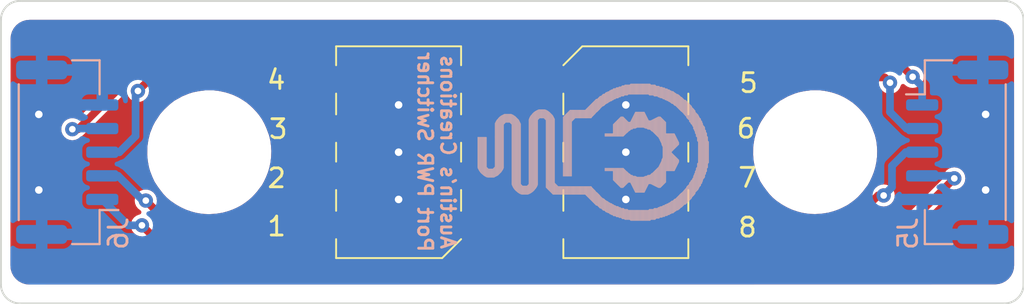
<source format=kicad_pcb>
(kicad_pcb (version 20211014) (generator pcbnew)
  (layers (0 "F.Cu" signal) (31 "B.Cu" signal) (34 "B.Paste" user) (35 "F.Paste" user) (36 "B.SilkS" user "B.Silkscreen") (37 "F.SilkS" user "F.Silkscreen") (38 "B.Mask" user) (39 "F.Mask" user) (44 "Edge.Cuts" user))
  (net 0 "")
  (net 1 "pw1")
  (net 2 "pw2")
  (net 3 "pw3")
  (net 4 "pw4")
  (net 5 "GNDREF")
  (net 6 "pw5")
  (net 7 "pw6")
  (net 8 "pw7")
  (net 9 "pw8")
  (footprint "Austins creations:4P_DIP" (layer "F.Cu") (at 53 26)
    (fp_text reference "SW2" hide)
    (fp_text value "SW_DIP_x04" hide)
    (pad "1" smd rect (at -3.95 -3.81) (size 3.3 1.2) (layers "F.Cu" "F.Paste" "F.Mask") (net 5 "GNDREF"))
    (pad "2" smd rect (at -3.95 -1.27) (size 3.3 1.2) (layers "F.Cu" "F.Paste" "F.Mask") (net 5 "GNDREF"))
    (pad "3" smd rect (at -3.95 1.27) (size 3.3 1.2) (layers "F.Cu" "F.Paste" "F.Mask") (net 5 "GNDREF"))
    (pad "4" smd rect (at -3.95 3.81) (size 3.3 1.2) (layers "F.Cu" "F.Paste" "F.Mask") (net 5 "GNDREF"))
    (pad "5" smd rect (at 3.95 3.81) (size 3.3 1.2) (layers "F.Cu" "F.Paste" "F.Mask") (net 9 "pw8"))
    (pad "6" smd rect (at 3.95 1.27) (size 3.3 1.2) (layers "F.Cu" "F.Paste" "F.Mask") (net 8 "pw7"))
    (pad "7" smd rect (at 3.95 -1.27) (size 3.3 1.2) (layers "F.Cu" "F.Paste" "F.Mask") (net 7 "pw6"))
    (pad "8" smd rect (at 3.95 -3.81) (size 3.3 1.2) (layers "F.Cu" "F.Paste" "F.Mask") (net 6 "pw5"))
  )
  (footprint "Austins creations:4P_DIP" (layer "F.Cu") (at 41 26 180)
    (fp_text reference "SW1" hide)
    (fp_text value "SW_DIP_x04" hide)
    (pad "1" smd rect (at -3.95 -3.81 180) (size 3.3 1.2) (layers "F.Cu" "F.Paste" "F.Mask") (net 5 "GNDREF"))
    (pad "2" smd rect (at -3.95 -1.27 180) (size 3.3 1.2) (layers "F.Cu" "F.Paste" "F.Mask") (net 5 "GNDREF"))
    (pad "3" smd rect (at -3.95 1.27 180) (size 3.3 1.2) (layers "F.Cu" "F.Paste" "F.Mask") (net 5 "GNDREF"))
    (pad "4" smd rect (at -3.95 3.81 180) (size 3.3 1.2) (layers "F.Cu" "F.Paste" "F.Mask") (net 5 "GNDREF"))
    (pad "5" smd rect (at 3.95 3.81 180) (size 3.3 1.2) (layers "F.Cu" "F.Paste" "F.Mask") (net 4 "pw4"))
    (pad "6" smd rect (at 3.95 1.27 180) (size 3.3 1.2) (layers "F.Cu" "F.Paste" "F.Mask") (net 3 "pw3"))
    (pad "7" smd rect (at 3.95 -1.27 180) (size 3.3 1.2) (layers "F.Cu" "F.Paste" "F.Mask") (net 2 "pw2"))
    (pad "8" smd rect (at 3.95 -3.81 180) (size 3.3 1.2) (layers "F.Cu" "F.Paste" "F.Mask") (net 1 "pw1"))
  )
  (footprint "MountingHole:MountingHole_3.2mm_M3" (layer "F.Cu") (at 31 26)
    (fp_text reference "H1" hide)
    (fp_text value "MountingHole" hide)
    (pad "" np_thru_hole circle locked (at 0 0) (size 3.2 3.2) (drill 3.2) (layers *.Cu *.Mask))
  )
  (footprint "MountingHole:MountingHole_3.2mm_M3" (layer "F.Cu") (at 63 26)
    (fp_text reference "H2" hide)
    (fp_text value "MountingHole" hide)
    (pad "" np_thru_hole circle locked (at 0 0) (size 3.2 3.2) (drill 3.2) (layers *.Cu *.Mask))
  )
  (footprint "Connector_JST:JST_GH_SM05B-GHS-TB_1x05-1MP_P1.25mm_Horizontal" (layer "B.Cu") (at 23.5 26 90)
    (fp_text reference "J6" (at -4.3 2.7 90) (layer "B.SilkS") (effects (justify mirror)))
    (fp_text value "Conn_01x05_MountingPin" hide)
    (pad "1" smd roundrect locked (at -2.5 1.85 90) (size 0.6 1.7) (layers "B.Cu" "B.Paste" "B.Mask") (net 1 "pw1"))
    (pad "2" smd roundrect locked (at -1.25 1.85 90) (size 0.6 1.7) (layers "B.Cu" "B.Paste" "B.Mask") (net 2 "pw2"))
    (pad "3" smd roundrect locked (at 0 1.85 90) (size 0.6 1.7) (layers "B.Cu" "B.Paste" "B.Mask") (net 3 "pw3"))
    (pad "4" smd roundrect locked (at 1.25 1.85 90) (size 0.6 1.7) (layers "B.Cu" "B.Paste" "B.Mask") (net 4 "pw4"))
    (pad "5" smd roundrect locked (at 2.5 1.85 90) (size 0.6 1.7) (layers "B.Cu" "B.Paste" "B.Mask") (net 5 "GNDREF"))
    (pad "MP" smd roundrect locked (at 4.35 -1.35 90) (size 1 2.7) (layers "B.Cu" "B.Paste" "B.Mask") (net 5 "GNDREF"))
    (pad "MP" smd roundrect locked (at -4.35 -1.35 90) (size 1 2.7) (layers "B.Cu" "B.Paste" "B.Mask") (net 5 "GNDREF"))
  )
  (footprint "logos:Creations logo med" (layer "B.Cu") (at 53.729992 25.959994 90)
    (fp_text reference "LOGO1" hide)
    (fp_text value "Creations_logo_med" hide)
  )
  (footprint "Connector_JST:JST_GH_SM05B-GHS-TB_1x05-1MP_P1.25mm_Horizontal" (layer "B.Cu") (at 70.5 26 -90)
    (fp_text reference "J5" (at 4.3 2.6 90) (layer "B.SilkS") (effects (justify mirror)))
    (fp_text value "Conn_01x05_MountingPin" hide)
    (pad "1" smd roundrect locked (at -2.5 1.85 270) (size 0.6 1.7) (layers "B.Cu" "B.Paste" "B.Mask") (net 6 "pw5"))
    (pad "2" smd roundrect locked (at -1.25 1.85 270) (size 0.6 1.7) (layers "B.Cu" "B.Paste" "B.Mask") (net 7 "pw6"))
    (pad "3" smd roundrect locked (at 0 1.85 270) (size 0.6 1.7) (layers "B.Cu" "B.Paste" "B.Mask") (net 8 "pw7"))
    (pad "4" smd roundrect locked (at 1.25 1.85 270) (size 0.6 1.7) (layers "B.Cu" "B.Paste" "B.Mask") (net 9 "pw8"))
    (pad "5" smd roundrect locked (at 2.5 1.85 270) (size 0.6 1.7) (layers "B.Cu" "B.Paste" "B.Mask") (net 5 "GNDREF"))
    (pad "MP" smd roundrect locked (at -4.35 -1.35 270) (size 1 2.7) (layers "B.Cu" "B.Paste" "B.Mask") (net 5 "GNDREF"))
    (pad "MP" smd roundrect locked (at 4.35 -1.35 270) (size 1 2.7) (layers "B.Cu" "B.Paste" "B.Mask") (net 5 "GNDREF"))
  )
  (gr_line (start 74 19) (end 74 33) (layer "Edge.Cuts") (width 0.1))
  (gr_arc (start 73 18) (mid 73.707106 18.292894) (end 74 19) (layer "Edge.Cuts") (width 0.1))
  (gr_arc (start 74 33) (mid 73.707106 33.707106) (end 73 34) (layer "Edge.Cuts") (width 0.1))
  (gr_arc (start 21 34) (mid 20.292894 33.707106) (end 20 33) (layer "Edge.Cuts") (width 0.1))
  (gr_line (start 21 34) (end 73 34) (layer "Edge.Cuts") (width 0.1))
  (gr_line (start 20 19) (end 20 33) (layer "Edge.Cuts") (width 0.1))
  (gr_arc (start 20 19) (mid 20.292893 18.292894) (end 21 18) (layer "Edge.Cuts") (width 0.1))
  (gr_line (start 21 18) (end 73 18) (layer "Edge.Cuts") (width 0.1))
  (gr_text "Austin's Creations\nPort PWR Switcher" (at 43 25.99 270) (layer "B.SilkS") (effects (font (size 0.75 0.75)) (justify mirror)))
  (gr_text "5" (at 59.48 22.34) (layer "F.SilkS") (effects (font (size 1 1))))
  (gr_text "4" (at 34.535 22.175) (layer "F.SilkS") (effects (font (size 1 1))))
  (gr_text "3" (at 34.645 24.775) (layer "F.SilkS") (effects (font (size 1 1))))
  (gr_text "8" (at 59.425 29.98) (layer "F.SilkS") (effects (font (size 1 1))))
  (gr_text "1" (at 34.56 29.925) (layer "F.SilkS") (effects (font (size 1 1))))
  (gr_text "6" (at 59.345 24.75) (layer "F.SilkS") (effects (font (size 1 1))))
  (gr_text "2" (at 34.56 27.375) (layer "F.SilkS") (effects (font (size 1 1))))
  (gr_text "7" (at 59.425 27.35) (layer "F.SilkS") (effects (font (size 1 1))))
  (segment (start 28.13092 30.55592) (end 35.01408 30.55592) (width 0.4064) (layer "F.Cu") (net 1))
  (segment (start 35.76 29.81) (end 37.05 29.81) (width 0.4064) (layer "F.Cu") (net 1))
  (segment (start 27.445 29.87) (end 28.13092 30.55592) (width 0.4064) (layer "F.Cu") (net 1))
  (segment (start 35.01408 30.55592) (end 35.76 29.81) (width 0.4064) (layer "F.Cu") (net 1))
  (via (at 27.445 29.87) (size 0.756412) (drill 0.350012) (layers "F.Cu" "B.Cu") (net 1))
  (segment (start 26.72 29.87) (end 25.35 28.5) (width 0.4064) (layer "B.Cu") (net 1))
  (segment (start 27.445 29.87) (end 26.72 29.87) (width 0.4064) (layer "B.Cu") (net 1))
  (segment (start 27.65 28.56) (end 29.04 29.95) (width 0.4064) (layer "F.Cu") (net 2))
  (segment (start 33.38 29.95) (end 36.06 27.27) (width 0.4064) (layer "F.Cu") (net 2))
  (segment (start 29.04 29.95) (end 33.38 29.95) (width 0.4064) (layer "F.Cu") (net 2))
  (segment (start 36.06 27.27) (end 37.05 27.27) (width 0.4064) (layer "F.Cu") (net 2))
  (via (at 27.65 28.56) (size 0.756412) (drill 0.350012) (layers "F.Cu" "B.Cu") (net 2))
  (segment (start 26.185 27.25) (end 25.35 27.25) (width 0.4064) (layer "B.Cu") (net 2))
  (segment (start 27.495 28.56) (end 26.185 27.25) (width 0.4064) (layer "B.Cu") (net 2))
  (segment (start 27.65 28.56) (end 27.495 28.56) (width 0.4064) (layer "B.Cu") (net 2))
  (segment (start 35.83 24.73) (end 37.05 24.73) (width 0.4064) (layer "F.Cu") (net 3))
  (segment (start 27.235 22.76) (end 27.975 22.02) (width 0.4064) (layer "F.Cu") (net 3))
  (segment (start 27.975 22.02) (end 33.12 22.02) (width 0.4064) (layer "F.Cu") (net 3))
  (segment (start 33.12 22.02) (end 35.83 24.73) (width 0.4064) (layer "F.Cu") (net 3))
  (via (at 27.235 22.76) (size 0.756412) (drill 0.350012) (layers "F.Cu" "B.Cu") (net 3))
  (segment (start 27.11 23.61) (end 27.11 22.885) (width 0.4064) (layer "B.Cu") (net 3))
  (segment (start 25.35 26) (end 26.255 26) (width 0.4064) (layer "B.Cu") (net 3))
  (segment (start 26.255 26) (end 26.91 25.345) (width 0.4064) (layer "B.Cu") (net 3))
  (segment (start 27.11 22.885) (end 27.235 22.76) (width 0.4064) (layer "B.Cu") (net 3))
  (segment (start 26.91 25.345) (end 27.11 25.145) (width 0.4064) (layer "B.Cu") (net 3))
  (segment (start 27.11 25.145) (end 27.11 23.61) (width 0.4064) (layer "B.Cu") (net 3))
  (segment (start 34.94908 21.41408) (end 35.725 22.19) (width 0.4064) (layer "F.Cu") (net 4))
  (segment (start 23.77 24.785) (end 24.074794 24.785) (width 0.4064) (layer "F.Cu") (net 4))
  (segment (start 27.445714 21.41408) (end 34.94908 21.41408) (width 0.4064) (layer "F.Cu") (net 4))
  (segment (start 24.074794 24.785) (end 27.445714 21.41408) (width 0.4064) (layer "F.Cu") (net 4))
  (segment (start 35.725 22.19) (end 37.05 22.19) (width 0.4064) (layer "F.Cu") (net 4))
  (via (at 23.77 24.785) (size 0.756412) (drill 0.350012) (layers "F.Cu" "B.Cu") (net 4))
  (segment (start 25.35 24.75) (end 23.805 24.75) (width 0.4064) (layer "B.Cu") (net 4))
  (segment (start 23.805 24.75) (end 23.77 24.785) (width 0.4064) (layer "B.Cu") (net 4))
  (via (at 41 23.5) (size 0.8) (drill 0.4) (layers "F.Cu" "B.Cu") (net 5))
  (via (at 41 28.5) (size 0.8) (drill 0.4) (layers "F.Cu" "B.Cu") (net 5))
  (via (at 72 24) (size 0.8) (drill 0.4) (layers "F.Cu" "B.Cu") (net 5))
  (via (at 53 23.5) (size 0.8) (drill 0.4) (layers "F.Cu" "B.Cu") (net 5))
  (via (at 22 28) (size 0.8) (drill 0.4) (layers "F.Cu" "B.Cu") (net 5))
  (via (at 72 28) (size 0.8) (drill 0.4) (layers "F.Cu" "B.Cu") (net 5))
  (via (at 22 24) (size 0.8) (drill 0.4) (layers "F.Cu" "B.Cu") (net 5))
  (via (at 53 26) (size 0.8) (drill 0.4) (layers "F.Cu" "B.Cu") (net 5))
  (via (at 41 26) (size 0.8) (drill 0.4) (layers "F.Cu" "B.Cu") (net 5))
  (via (at 53 28.5) (size 0.8) (drill 0.4) (layers "F.Cu" "B.Cu") (net 5))
  (segment (start 68.145 22.015) (end 67.57 21.44) (width 0.4064) (layer "F.Cu") (net 6))
  (segment (start 58.275 22.19) (end 56.95 22.19) (width 0.4064) (layer "F.Cu") (net 6))
  (segment (start 59.025 21.44) (end 58.275 22.19) (width 0.4064) (layer "F.Cu") (net 6))
  (segment (start 67.57 21.44) (end 59.025 21.44) (width 0.4064) (layer "F.Cu") (net 6))
  (via (at 68.145 22.015) (size 0.756412) (drill 0.350012) (layers "F.Cu" "B.Cu") (net 6))
  (segment (start 68.65 22.52) (end 68.65 23.5) (width 0.4064) (layer "B.Cu") (net 6))
  (segment (start 68.145 22.015) (end 68.65 22.52) (width 0.4064) (layer "B.Cu") (net 6))
  (segment (start 66.67092 22.04592) (end 60.85408 22.04592) (width 0.4064) (layer "F.Cu") (net 7))
  (segment (start 58.17 24.73) (end 56.95 24.73) (width 0.4064) (layer "F.Cu") (net 7))
  (segment (start 66.95 22.325) (end 66.67092 22.04592) (width 0.4064) (layer "F.Cu") (net 7))
  (segment (start 60.85408 22.04592) (end 58.17 24.73) (width 0.4064) (layer "F.Cu") (net 7))
  (via (at 66.95 22.325) (size 0.756412) (drill 0.350012) (layers "F.Cu" "B.Cu") (net 7))
  (segment (start 68.65 24.75) (end 67.825 24.75) (width 0.4064) (layer "B.Cu") (net 7))
  (segment (start 67.825 24.75) (end 67.005 23.93) (width 0.4064) (layer "B.Cu") (net 7))
  (segment (start 67.005 23.93) (end 66.95 23.875) (width 0.4064) (layer "B.Cu") (net 7))
  (segment (start 66.95 23.875) (end 66.95 22.325) (width 0.4064) (layer "B.Cu") (net 7))
  (segment (start 58.23 27.27) (end 56.95 27.27) (width 0.4064) (layer "F.Cu") (net 8))
  (segment (start 66.615 28.29) (end 66.32 28.29) (width 0.4064) (layer "F.Cu") (net 8))
  (segment (start 64.67092 29.93908) (end 60.89908 29.93908) (width 0.4064) (layer "F.Cu") (net 8))
  (segment (start 60.89908 29.93908) (end 58.23 27.27) (width 0.4064) (layer "F.Cu") (net 8))
  (segment (start 66.32 28.29) (end 64.67092 29.93908) (width 0.4064) (layer "F.Cu") (net 8))
  (via (at 66.615 28.29) (size 0.756412) (drill 0.350012) (layers "F.Cu" "B.Cu") (net 8))
  (segment (start 67.78 26) (end 67.585 26.195) (width 0.4064) (layer "B.Cu") (net 8))
  (segment (start 67.055 27.67) (end 67.055 27.85) (width 0.4064) (layer "B.Cu") (net 8))
  (segment (start 67.055 26.725) (end 67.055 26.97) (width 0.4064) (layer "B.Cu") (net 8))
  (segment (start 67.585 26.195) (end 67.055 26.725) (width 0.4064) (layer "B.Cu") (net 8))
  (segment (start 68.65 26) (end 67.78 26) (width 0.4064) (layer "B.Cu") (net 8))
  (segment (start 67.055 27.85) (end 66.615 28.29) (width 0.4064) (layer "B.Cu") (net 8))
  (segment (start 67.055 26.97) (end 67.055 27.67) (width 0.4064) (layer "B.Cu") (net 8))
  (segment (start 67.185 30.545) (end 58.99 30.545) (width 0.4064) (layer "F.Cu") (net 9))
  (segment (start 70.345 27.385) (end 67.185 30.545) (width 0.4064) (layer "F.Cu") (net 9))
  (segment (start 58.99 30.545) (end 58.255 29.81) (width 0.4064) (layer "F.Cu") (net 9))
  (segment (start 58.255 29.81) (end 56.95 29.81) (width 0.4064) (layer "F.Cu") (net 9))
  (via (at 70.345 27.385) (size 0.756412) (drill 0.350012) (layers "F.Cu" "B.Cu") (net 9))
  (segment (start 70.21 27.25) (end 70.345 27.385) (width 0.4064) (layer "B.Cu") (net 9))
  (segment (start 68.65 27.25) (end 70.21 27.25) (width 0.4064) (layer "B.Cu") (net 9))
  (zone (net 0) (net_name "") (layers F&B.Cu) (connect_pads (clearance 0)) (min_thickness 0.254)
    (keepout (tracks not_allowed) (vias not_allowed) (pads not_allowed) (copperpour not_allowed) (footprints allowed))
    (fill (thermal_gap 0.508) (thermal_bridge_width 0.508))
    (polygon (pts (xy 63.235109 22.725859) (xy 63.465109 22.750859) (xy 63.620109 22.780859) (xy 63.830109 22.825859) (xy 64.015109 22.880859) (xy 64.255109 22.965859) (xy 64.520109 23.090859) (xy 64.725109 23.210859) (xy 64.960109 23.365859) (xy 65.135109 23.510859) (xy 65.315109 23.680859) (xy 65.505109 23.885859) (xy 65.635109 24.045859) (xy 65.780109 24.255859) (xy 65.905109 24.485859) (xy 66.015109 24.730859) (xy 66.155109 25.105859) (xy 66.225109 25.400859) (xy 66.260109 25.680859) (xy 66.275109 25.930859) (xy 66.265109 26.250859) (xy 66.225109 26.555859) (xy 66.165109 26.830859) (xy 66.095109 27.060859) (xy 66.000109 27.300859) (xy 65.885109 27.545859) (xy 65.775109 27.745859) (xy 65.625109 27.940859) (xy 65.520109 28.080859) (xy 65.395109 28.220859) (xy 65.250109 28.375859) (xy 65.050109 28.550859) (xy 64.860109 28.690859) (xy 64.690109 28.805859) (xy 64.430109 28.940859) (xy 64.240109 29.025859) (xy 63.995109 29.115859) (xy 63.705109 29.195859) (xy 63.430109 29.240859) (xy 63.225109 29.260859) (xy 62.990109 29.275859) (xy 62.745109 29.265859) (xy 62.525109 29.240859) (xy 62.315109 29.205859) (xy 62.085109 29.145859) (xy 61.775109 29.040859) (xy 61.505109 28.915859) (xy 61.225109 28.755859) (xy 60.935109 28.555859) (xy 60.750109 28.395859) (xy 60.570109 28.205859) (xy 60.415109 28.005859) (xy 60.275109 27.815859) (xy 60.105109 27.555859) (xy 59.990109 27.305859) (xy 59.870109 26.995859) (xy 59.810109 26.785859) (xy 59.750109 26.465859) (xy 59.720109 26.140859) (xy 59.725109 25.725859) (xy 59.755109 25.510859) (xy 59.790109 25.300859) (xy 59.870109 24.985859) (xy 60.015109 24.620859) (xy 60.135109 24.390859) (xy 60.400109 23.985859) (xy 60.620109 23.735859) (xy 60.920109 23.455859) (xy 61.150109 23.275859) (xy 61.570109 23.040859) (xy 61.925109 22.895859) (xy 62.150109 22.825859) (xy 62.460109 22.765859) (xy 62.775109 22.725859) (xy 62.990109 22.720859) (xy 62.995109 22.720859)))
  )
  (zone (net 5) (net_name "GNDREF") (layers F&B.Cu) (connect_pads (clearance 0.2032)) (min_thickness 0.254) (fill yes (thermal_gap 0.254) (thermal_bridge_width 0.6096) (smoothing fillet) (radius 1))
    (polygon (pts (xy 73.5 19) (xy 73.505094 32.990094) (xy 20.500094 33.000094) (xy 20.510094 19)))
  )
  (zone (net 0) (net_name "") (layers F&B.Cu) (connect_pads (clearance 0)) (min_thickness 0.254)
    (keepout (tracks not_allowed) (vias not_allowed) (pads not_allowed) (copperpour not_allowed) (footprints allowed))
    (fill (thermal_gap 0.508) (thermal_bridge_width 0.508))
    (polygon (pts (xy 31.24 22.73) (xy 31.47 22.755) (xy 31.625 22.785) (xy 31.835 22.83) (xy 32.02 22.885) (xy 32.26 22.97) (xy 32.525 23.095) (xy 32.73 23.215) (xy 32.965 23.37) (xy 33.14 23.515) (xy 33.32 23.685) (xy 33.51 23.89) (xy 33.64 24.05) (xy 33.785 24.26) (xy 33.91 24.49) (xy 34.02 24.735) (xy 34.16 25.11) (xy 34.23 25.405) (xy 34.265 25.685) (xy 34.28 25.935) (xy 34.27 26.255) (xy 34.23 26.56) (xy 34.17 26.835) (xy 34.1 27.065) (xy 34.005 27.305) (xy 33.89 27.55) (xy 33.78 27.75) (xy 33.63 27.945) (xy 33.525 28.085) (xy 33.4 28.225) (xy 33.255 28.38) (xy 33.055 28.555) (xy 32.865 28.695) (xy 32.695 28.81) (xy 32.435 28.945) (xy 32.245 29.03) (xy 32 29.12) (xy 31.71 29.2) (xy 31.435 29.245) (xy 31.23 29.265) (xy 30.995 29.28) (xy 30.75 29.27) (xy 30.53 29.245) (xy 30.32 29.21) (xy 30.09 29.15) (xy 29.78 29.045) (xy 29.51 28.92) (xy 29.23 28.76) (xy 28.94 28.56) (xy 28.755 28.4) (xy 28.575 28.21) (xy 28.42 28.01) (xy 28.28 27.82) (xy 28.11 27.56) (xy 27.995 27.31) (xy 27.875 27) (xy 27.815 26.79) (xy 27.755 26.47) (xy 27.725 26.145) (xy 27.73 25.73) (xy 27.76 25.515) (xy 27.795 25.305) (xy 27.875 24.99) (xy 28.02 24.625) (xy 28.14 24.395) (xy 28.405 23.99) (xy 28.625 23.74) (xy 28.925 23.46) (xy 29.155 23.28) (xy 29.575 23.045) (xy 29.93 22.9) (xy 30.155 22.83) (xy 30.465 22.77) (xy 30.78 22.73) (xy 30.995 22.725) (xy 31 22.725)))
  )
)
</source>
